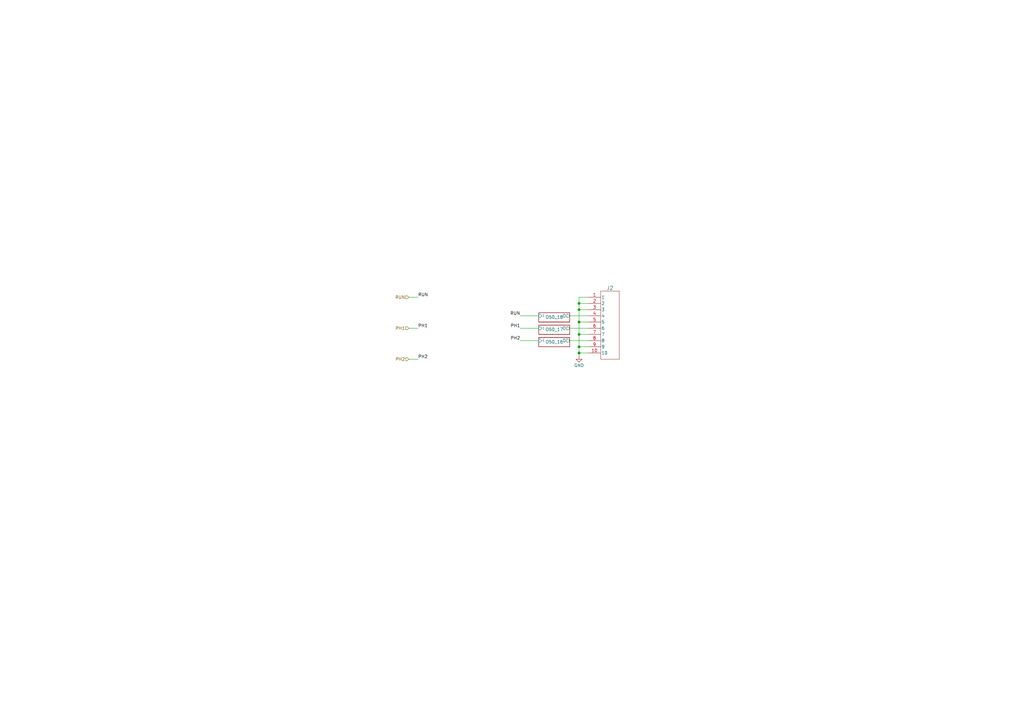
<source format=kicad_sch>
(kicad_sch (version 20230121) (generator eeschema)
  (paper "A3")
  (lib_symbols
    (symbol "MevaLlibreria:XF3M1-1015-1B" (pin_names (offset 0.254))
      (property "Reference" "J" (at 8.89 6.35 0))
      (property "Value" "XF3M1-1015-1B" (at 0 0 0))
      (symbol "XF3M1-1015-1B_0_1"
        (polyline (pts (xy 5.08 -25.4) (xy 12.7 -25.4)) (stroke (width 0.127)))
        (polyline (pts (xy 5.08 2.54) (xy 5.08 -25.4)) (stroke (width 0.127)))
        (polyline (pts (xy 12.7 -25.4) (xy 12.7 2.54)) (stroke (width 0.127)))
        (polyline (pts (xy 12.7 2.54) (xy 5.08 2.54)) (stroke (width 0.127)))
        (pin passive line (at 0 0 0) (length 5.08) (name "1") (number "1"))
        (pin passive line (at 0 -22.86 0) (length 5.08) (name "10") (number "10"))
        (pin passive line (at 0 -2.54 0) (length 5.08) (name "2") (number "2"))
        (pin passive line (at 0 -5.08 0) (length 5.08) (name "3") (number "3"))
        (pin passive line (at 0 -7.62 0) (length 5.08) (name "4") (number "4"))
        (pin passive line (at 0 -10.16 0) (length 5.08) (name "5") (number "5"))
        (pin passive line (at 0 -12.7 0) (length 5.08) (name "6") (number "6"))
        (pin passive line (at 0 -15.24 0) (length 5.08) (name "7") (number "7"))
        (pin passive line (at 0 -17.78 0) (length 5.08) (name "8") (number "8"))
        (pin passive line (at 0 -20.32 0) (length 5.08) (name "9") (number "9"))
      )
    )
    (symbol "power:GND" (power) (pin_names (offset 0))
      (property "Value" "GND" (at 0 -3.81 0))
      (symbol "GND_0_1"
        (polyline (pts (xy 0 0) (xy 0 -1.27) (xy 1.27 -1.27) (xy 0 -2.54) (xy -1.27 -1.27) (xy 0 -1.27)))
      )
      (symbol "GND_1_1"
        (pin power_in line (at 0 0 270) (length 0) hide (name "GND") (number "1"))
      )
    )
  )
  (junction (at 237.49 124.46))
  (junction (at 237.49 127))
  (junction (at 237.49 142.24))
  (junction (at 237.49 137.16))
  (junction (at 237.49 144.78))
  (junction (at 237.49 132.08))
  (wire (pts (xy 237.49 127) (xy 237.49 132.08)))
  (wire (pts (xy 241.3 127) (xy 237.49 127)))
  (wire (pts (xy 213.36 134.62) (xy 220.98 134.62)))
  (wire (pts (xy 237.49 132.08) (xy 237.49 137.16)))
  (wire (pts (xy 241.3 142.24) (xy 237.49 142.24)))
  (wire (pts (xy 241.3 134.62) (xy 233.68 134.62)))
  (wire (pts (xy 237.49 124.46) (xy 237.49 127)))
  (wire (pts (xy 237.49 124.46) (xy 241.3 124.46)))
  (wire (pts (xy 241.3 137.16) (xy 237.49 137.16)))
  (wire (pts (xy 237.49 121.92) (xy 237.49 124.46)))
  (wire (pts (xy 241.3 132.08) (xy 237.49 132.08)))
  (wire (pts (xy 213.36 139.7) (xy 220.98 139.7)))
  (wire (pts (xy 171.45 121.92) (xy 167.64 121.92)))
  (wire (pts (xy 237.49 137.16) (xy 237.49 142.24)))
  (wire (pts (xy 237.49 142.24) (xy 237.49 144.78)))
  (wire (pts (xy 237.49 144.78) (xy 237.49 146.05)))
  (wire (pts (xy 241.3 121.92) (xy 237.49 121.92)))
  (wire (pts (xy 213.36 129.54) (xy 220.98 129.54)))
  (wire (pts (xy 233.68 139.7) (xy 241.3 139.7)))
  (wire (pts (xy 171.45 134.62) (xy 167.64 134.62)))
  (wire (pts (xy 171.45 147.32) (xy 167.64 147.32)))
  (wire (pts (xy 241.3 144.78) (xy 237.49 144.78)))
  (wire (pts (xy 233.68 129.54) (xy 241.3 129.54)))
  (label "PH2" (at 213.36 139.7 180))
  (label "RUN" (at 171.45 121.92 0))
  (label "PH1" (at 213.36 134.62 180))
  (label "PH1" (at 171.45 134.62 0))
  (label "RUN" (at 213.36 129.54 180))
  (label "PH2" (at 171.45 147.32 0))
  (hierarchical_label "PH1" (shape input) (at 167.64 134.62 180))
  (hierarchical_label "PH2" (shape input) (at 167.64 147.32 180))
  (hierarchical_label "RUN" (shape input) (at 167.64 121.92 180))
  (symbol (lib_id "MevaLlibreria:XF3M1-1015-1B") (at 241.3 121.92 0) (unit 1)
    (property "Reference" "J2" (at 250.19 118.11 0) (effects (font (size 1.524 1.524))))
    (property "Value" "XF3M1-1015-1B" (effects hide))
    (property "Footprint" "MevaLlibreriaFootprint:CONN_XF3M1-1015-1B_OMR" (effects hide))
    (property "Datasheet" "XF3M1-1015-1B" (effects hide))
    (instances (project "MiniCalc_A" (path "" (reference "J2") (unit 1))) (project "MinicalcControlPanel" (path "" (reference "J4") (unit 1)) (path "" (reference "J6") (unit 1)) (path "" (reference "J7") (unit 1)) (path "" (reference "J8") (unit 1)) (path "" (reference "J9") (unit 1)) (path "" (reference "J10") (unit 1)) (path "" (reference "J11") (unit 1)) (path "" (reference "J12") (unit 1)) (path "" (reference "J13") (unit 1))))
  )
  (symbol (lib_id "power:GND") (at 237.49 146.05 0) (mirror y) (unit 1)
    (property "Reference" "#PWR07" (effects hide))
    (property "Value" "GND" (at 237.49 149.86 0))
    (instances (project "MiniCalc_A" (path "" (reference "#PWR07") (unit 1))) (project "MinicalcControlPanel" (path "" (reference "#PWR?") (unit 1)) (path "" (reference "#PWR042") (unit 1)) (path "" (reference "#PWR070") (unit 1)) (path "" (reference "#PWR049") (unit 1)) (path "" (reference "#PWR056") (unit 1)) (path "" (reference "#PWR063") (unit 1)) (path "" (reference "#PWR087") (unit 1)) (path "" (reference "#PWR079") (unit 1)) (path "" (reference "#PWR098") (unit 1)) (path "" (reference "#PWR080") (unit 1))))
  )
  (sheet (at 220.98 138.43) (size 12.7 3.81) (stroke (width 0.1524))
    (property "Sheetname" "O50_16" (at 227.33 140.97 0) (effects (justify bottom)))
    (property "Sheetfile" "../HierarchicalSheets/LineEmitter50.kicad_sch" (effects hide))
    (pin "I" input (at 220.98 139.7 180))
    (pin "O" output (at 233.68 139.7 0))
  )
  (sheet (at 220.98 133.35) (size 12.7 3.81) (stroke (width 0.1524))
    (property "Sheetname" "O50_17" (at 227.33 135.89 0) (effects (justify bottom)))
    (property "Sheetfile" "../HierarchicalSheets/LineEmitter50.kicad_sch" (effects hide))
    (pin "I" input (at 220.98 134.62 180))
    (pin "O" output (at 233.68 134.62 0))
  )
  (sheet (at 220.98 128.27) (size 12.7 3.81) (stroke (width 0.1524))
    (property "Sheetname" "O50_18" (at 227.33 130.81 0) (effects (justify bottom)))
    (property "Sheetfile" "../HierarchicalSheets/LineEmitter50.kicad_sch" (effects hide))
    (pin "I" input (at 220.98 129.54 180))
    (pin "O" output (at 233.68 129.54 0))
  )
)
</source>
